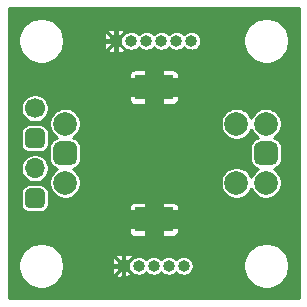
<source format=gbl>
%TF.GenerationSoftware,KiCad,Pcbnew,5.99.0+really5.1.10+dfsg1-1*%
%TF.CreationDate,2021-06-06T12:48:15-04:00*%
%TF.ProjectId,5x1_knob,3578315f-6b6e-46f6-922e-6b696361645f,rev?*%
%TF.SameCoordinates,Original*%
%TF.FileFunction,Copper,L2,Bot*%
%TF.FilePolarity,Positive*%
%FSLAX46Y46*%
G04 Gerber Fmt 4.6, Leading zero omitted, Abs format (unit mm)*
G04 Created by KiCad (PCBNEW 5.99.0+really5.1.10+dfsg1-1) date 2021-06-06 12:48:15*
%MOMM*%
%LPD*%
G01*
G04 APERTURE LIST*
%TA.AperFunction,ComponentPad*%
%ADD10C,2.000000*%
%TD*%
%TA.AperFunction,ComponentPad*%
%ADD11R,3.200001X2.000000*%
%TD*%
%TA.AperFunction,ComponentPad*%
%ADD12O,1.700000X1.700000*%
%TD*%
%TA.AperFunction,ComponentPad*%
%ADD13C,1.700000*%
%TD*%
%TA.AperFunction,ComponentPad*%
%ADD14O,1.000000X1.000000*%
%TD*%
%TA.AperFunction,ViaPad*%
%ADD15C,0.800000*%
%TD*%
%TA.AperFunction,Conductor*%
%ADD16C,0.254000*%
%TD*%
%TA.AperFunction,Conductor*%
%ADD17C,1.600200*%
%TD*%
%TA.AperFunction,Conductor*%
%ADD18C,0.150000*%
%TD*%
G04 APERTURE END LIST*
%TO.P,SW_1,c*%
%TO.N,Net-(J_1-Pad5)*%
%TA.AperFunction,ComponentPad*%
G36*
G01*
X21136500Y-13136500D02*
X21136500Y-12136500D01*
G75*
G02*
X21636500Y-11636500I500000J0D01*
G01*
X22636500Y-11636500D01*
G75*
G02*
X23136500Y-12136500I0J-500000D01*
G01*
X23136500Y-13136500D01*
G75*
G02*
X22636500Y-13636500I-500000J0D01*
G01*
X21636500Y-13636500D01*
G75*
G02*
X21136500Y-13136500I0J500000D01*
G01*
G37*
%TD.AperFunction*%
D10*
%TO.P,SW_1,b*%
%TO.N,Net-(J_1-Pad4)*%
X22136500Y-15136500D03*
%TO.P,SW_1,a*%
%TO.N,Net-(J_1-Pad6)*%
X22136500Y-10136500D03*
%TO.P,SW_1,S1*%
%TO.N,Net-(J_1-Pad3)*%
X19636500Y-15136500D03*
%TO.P,SW_1,S2*%
%TO.N,Net-(J_1-Pad2)*%
X19636500Y-10136500D03*
D11*
%TO.P,SW_1,MP*%
%TO.N,K_GND*%
X12636500Y-18236500D03*
X12636500Y-7036500D03*
D10*
%TO.P,SW_1,B*%
%TO.N,Net-(J_2-Pad3)*%
X5136500Y-15136500D03*
%TO.P,SW_1,C*%
%TO.N,Net-(J_2-Pad4)*%
%TA.AperFunction,ComponentPad*%
G36*
G01*
X4136500Y-13136500D02*
X4136500Y-12136500D01*
G75*
G02*
X4636500Y-11636500I500000J0D01*
G01*
X5636500Y-11636500D01*
G75*
G02*
X6136500Y-12136500I0J-500000D01*
G01*
X6136500Y-13136500D01*
G75*
G02*
X5636500Y-13636500I-500000J0D01*
G01*
X4636500Y-13636500D01*
G75*
G02*
X4136500Y-13136500I0J500000D01*
G01*
G37*
%TD.AperFunction*%
%TO.P,SW_1,A*%
%TO.N,Net-(J_2-Pad5)*%
X5136500Y-10136500D03*
%TD*%
%TO.P,SW_2,4*%
%TO.N,Net-(J_2-Pad2)*%
%TA.AperFunction,ComponentPad*%
G36*
G01*
X1723000Y-16871500D02*
X1723000Y-16021500D01*
G75*
G02*
X2148000Y-15596500I425000J0D01*
G01*
X2998000Y-15596500D01*
G75*
G02*
X3423000Y-16021500I0J-425000D01*
G01*
X3423000Y-16871500D01*
G75*
G02*
X2998000Y-17296500I-425000J0D01*
G01*
X2148000Y-17296500D01*
G75*
G02*
X1723000Y-16871500I0J425000D01*
G01*
G37*
%TD.AperFunction*%
D12*
%TO.P,SW_2,3*%
%TO.N,Net-(J_2-Pad3)*%
X2573000Y-13906500D03*
%TO.P,SW_2,2*%
%TO.N,Net-(J_2-Pad4)*%
%TA.AperFunction,ComponentPad*%
G36*
G01*
X1723000Y-11791500D02*
X1723000Y-10941500D01*
G75*
G02*
X2148000Y-10516500I425000J0D01*
G01*
X2998000Y-10516500D01*
G75*
G02*
X3423000Y-10941500I0J-425000D01*
G01*
X3423000Y-11791500D01*
G75*
G02*
X2998000Y-12216500I-425000J0D01*
G01*
X2148000Y-12216500D01*
G75*
G02*
X1723000Y-11791500I0J425000D01*
G01*
G37*
%TD.AperFunction*%
D13*
%TO.P,SW_2,1*%
%TO.N,Net-(J_2-Pad5)*%
X2573000Y-8826500D03*
%TD*%
D14*
%TO.P,J_2,5*%
%TO.N,Net-(J_2-Pad5)*%
X15176500Y-22161500D03*
%TO.P,J_2,4*%
%TO.N,Net-(J_2-Pad4)*%
X13906500Y-22161500D03*
%TO.P,J_2,3*%
%TO.N,Net-(J_2-Pad3)*%
X12636500Y-22161500D03*
%TO.P,J_2,2*%
%TO.N,Net-(J_2-Pad2)*%
X11366500Y-22161500D03*
%TO.P,J_2,1*%
%TO.N,K_GND*%
%TA.AperFunction,ComponentPad*%
G36*
G01*
X10346500Y-22661500D02*
X9846500Y-22661500D01*
G75*
G02*
X9596500Y-22411500I0J250000D01*
G01*
X9596500Y-21911500D01*
G75*
G02*
X9846500Y-21661500I250000J0D01*
G01*
X10346500Y-21661500D01*
G75*
G02*
X10596500Y-21911500I0J-250000D01*
G01*
X10596500Y-22411500D01*
G75*
G02*
X10346500Y-22661500I-250000J0D01*
G01*
G37*
%TD.AperFunction*%
%TD*%
%TO.P,J_1,6*%
%TO.N,Net-(J_1-Pad6)*%
X15811500Y-3111500D03*
%TO.P,J_1,5*%
%TO.N,Net-(J_1-Pad5)*%
X14541500Y-3111500D03*
%TO.P,J_1,4*%
%TO.N,Net-(J_1-Pad4)*%
X13271500Y-3111500D03*
%TO.P,J_1,3*%
%TO.N,Net-(J_1-Pad3)*%
X12001500Y-3111500D03*
%TO.P,J_1,2*%
%TO.N,Net-(J_1-Pad2)*%
X10731500Y-3111500D03*
%TO.P,J_1,1*%
%TO.N,K_GND*%
%TA.AperFunction,ComponentPad*%
G36*
G01*
X9711500Y-3611500D02*
X9211500Y-3611500D01*
G75*
G02*
X8961500Y-3361500I0J250000D01*
G01*
X8961500Y-2861500D01*
G75*
G02*
X9211500Y-2611500I250000J0D01*
G01*
X9711500Y-2611500D01*
G75*
G02*
X9961500Y-2861500I0J-250000D01*
G01*
X9961500Y-3361500D01*
G75*
G02*
X9711500Y-3611500I-250000J0D01*
G01*
G37*
%TD.AperFunction*%
%TD*%
D15*
%TO.N,K_GND*%
X762000Y-24511000D03*
X762000Y-11557000D03*
X762000Y-13716000D03*
X762000Y-7239000D03*
X762000Y-22352000D03*
X762000Y-20193000D03*
X762000Y-5080000D03*
X762000Y-18034000D03*
X762000Y-2921000D03*
X762000Y-15875000D03*
X762000Y-9398000D03*
X24511000Y-24511000D03*
X11557000Y-24511000D03*
X13716000Y-24511000D03*
X7239000Y-24511000D03*
X22352000Y-24511000D03*
X20193000Y-24511000D03*
X5080000Y-24511000D03*
X18034000Y-24511000D03*
X2921000Y-24511000D03*
X15875000Y-24511000D03*
X9398000Y-24511000D03*
X24511000Y-13716000D03*
X24511000Y-11557000D03*
X24511000Y-18034000D03*
X24511000Y-2921000D03*
X24511000Y-5080000D03*
X24511000Y-20193000D03*
X24511000Y-7239000D03*
X24511000Y-22352000D03*
X24511000Y-9398000D03*
X24511000Y-15875000D03*
X15811500Y-4254500D03*
X13271500Y-21018500D03*
X12636500Y-4254500D03*
X13271500Y-23304500D03*
X12001500Y-23304500D03*
X14541500Y-23304500D03*
X15811500Y-23304500D03*
X10731500Y-23304500D03*
X12636500Y-1968500D03*
X11366500Y-1968500D03*
X10096500Y-1968500D03*
X13906500Y-1968500D03*
X15176500Y-1968500D03*
X762000Y-762000D03*
X24511000Y-762000D03*
X22352000Y-762000D03*
X20193000Y-762000D03*
X18034000Y-762000D03*
X15875000Y-762000D03*
X13716000Y-762000D03*
X11557000Y-762000D03*
X9398000Y-762000D03*
X7239000Y-762000D03*
X5080000Y-762000D03*
X2921000Y-762000D03*
X6858000Y-10160000D03*
X6858000Y-15113000D03*
X6858000Y-13398500D03*
X18282920Y-9258300D03*
X20533360Y-12113260D03*
X19268440Y-13573760D03*
%TD*%
D16*
%TO.N,K_GND*%
X9461500Y-825500D02*
X9398000Y-762000D01*
X9461500Y-3111500D02*
X9461500Y-825500D01*
X7239000Y-3111500D02*
X9461500Y-3111500D01*
X7239000Y-762000D02*
X7239000Y-3111500D01*
X7239000Y-889000D02*
X9461500Y-3111500D01*
X7239000Y-762000D02*
X7239000Y-889000D01*
X6858000Y-5715000D02*
X9461500Y-3111500D01*
X6858000Y-10160000D02*
X6858000Y-5715000D01*
X12636500Y-19621500D02*
X10096500Y-22161500D01*
X12636500Y-19494500D02*
X12636500Y-19621500D01*
X8457500Y-20522500D02*
X10743500Y-18236500D01*
X10096500Y-22161500D02*
X8457500Y-20522500D01*
X10096500Y-18883500D02*
X10743500Y-18236500D01*
X10096500Y-22161500D02*
X10096500Y-18883500D01*
X10096500Y-23812500D02*
X9398000Y-24511000D01*
X10096500Y-22161500D02*
X10096500Y-23812500D01*
X11239500Y-23304500D02*
X10096500Y-22161500D01*
X12001500Y-23304500D02*
X11239500Y-23304500D01*
X7239000Y-22161500D02*
X10096500Y-22161500D01*
X7747000Y-24511000D02*
X10096500Y-22161500D01*
X7239000Y-24511000D02*
X7747000Y-24511000D01*
X7239000Y-21741000D02*
X8457500Y-20522500D01*
X7239000Y-22621240D02*
X7239000Y-21741000D01*
X7239000Y-24511000D02*
X7239000Y-22621240D01*
X7239000Y-22621240D02*
X7239000Y-22161500D01*
X10609580Y-4259580D02*
X9461500Y-3111500D01*
X12636500Y-4259580D02*
X10609580Y-4259580D01*
D17*
X12636500Y-18236500D02*
X12636500Y-20114260D01*
X12636500Y-18236500D02*
X10568240Y-18236500D01*
X12636500Y-7036500D02*
X12636500Y-18236500D01*
D16*
X12636500Y-5842000D02*
X12636500Y-4259580D01*
D17*
X12636500Y-7036500D02*
X10416540Y-7036500D01*
X12636500Y-7036500D02*
X12636500Y-4988560D01*
D16*
X9461500Y-7036500D02*
X10779110Y-7036500D01*
X9461500Y-3111500D02*
X9461500Y-7036500D01*
D17*
X12636500Y-7036500D02*
X14683040Y-7036500D01*
X12636500Y-18236500D02*
X14703360Y-18236500D01*
D16*
X10350500Y-2222500D02*
X9461500Y-3111500D01*
X10096500Y-1968500D02*
X10350500Y-2222500D01*
%TD*%
%TO.N,K_GND*%
X24905101Y-24905100D02*
X367900Y-24905100D01*
X367900Y-21970141D01*
X1168600Y-21970141D01*
X1168600Y-22352859D01*
X1243264Y-22728223D01*
X1389724Y-23081808D01*
X1602351Y-23400027D01*
X1872973Y-23670649D01*
X2191192Y-23883276D01*
X2544777Y-24029736D01*
X2920141Y-24104400D01*
X3302859Y-24104400D01*
X3678223Y-24029736D01*
X4031808Y-23883276D01*
X4350027Y-23670649D01*
X4620649Y-23400027D01*
X4833276Y-23081808D01*
X4979736Y-22728223D01*
X4993007Y-22661500D01*
X9086042Y-22661500D01*
X9095850Y-22761085D01*
X9124898Y-22856844D01*
X9172070Y-22945095D01*
X9235552Y-23022448D01*
X9312905Y-23085930D01*
X9401156Y-23133102D01*
X9496915Y-23162150D01*
X9596500Y-23171958D01*
X9906000Y-23169500D01*
X10033000Y-23042500D01*
X10033000Y-22225000D01*
X9215500Y-22225000D01*
X9088500Y-22352000D01*
X9086042Y-22661500D01*
X4993007Y-22661500D01*
X5054400Y-22352859D01*
X5054400Y-21970141D01*
X4993008Y-21661500D01*
X9086042Y-21661500D01*
X9088500Y-21971000D01*
X9215500Y-22098000D01*
X10033000Y-22098000D01*
X10033000Y-21280500D01*
X10160000Y-21280500D01*
X10160000Y-22098000D01*
X10180000Y-22098000D01*
X10180000Y-22225000D01*
X10160000Y-22225000D01*
X10160000Y-23042500D01*
X10287000Y-23169500D01*
X10596500Y-23171958D01*
X10696085Y-23162150D01*
X10791844Y-23133102D01*
X10880095Y-23085930D01*
X10957448Y-23022448D01*
X11020930Y-22945095D01*
X11027226Y-22933316D01*
X11120635Y-22972007D01*
X11283482Y-23004400D01*
X11449518Y-23004400D01*
X11612365Y-22972007D01*
X11765763Y-22908468D01*
X11903817Y-22816223D01*
X12001500Y-22718540D01*
X12099183Y-22816223D01*
X12237237Y-22908468D01*
X12390635Y-22972007D01*
X12553482Y-23004400D01*
X12719518Y-23004400D01*
X12882365Y-22972007D01*
X13035763Y-22908468D01*
X13173817Y-22816223D01*
X13271500Y-22718540D01*
X13369183Y-22816223D01*
X13507237Y-22908468D01*
X13660635Y-22972007D01*
X13823482Y-23004400D01*
X13989518Y-23004400D01*
X14152365Y-22972007D01*
X14305763Y-22908468D01*
X14443817Y-22816223D01*
X14541500Y-22718540D01*
X14639183Y-22816223D01*
X14777237Y-22908468D01*
X14930635Y-22972007D01*
X15093482Y-23004400D01*
X15259518Y-23004400D01*
X15422365Y-22972007D01*
X15575763Y-22908468D01*
X15713817Y-22816223D01*
X15831223Y-22698817D01*
X15923468Y-22560763D01*
X15987007Y-22407365D01*
X16019400Y-22244518D01*
X16019400Y-22078482D01*
X15997850Y-21970141D01*
X20218600Y-21970141D01*
X20218600Y-22352859D01*
X20293264Y-22728223D01*
X20439724Y-23081808D01*
X20652351Y-23400027D01*
X20922973Y-23670649D01*
X21241192Y-23883276D01*
X21594777Y-24029736D01*
X21970141Y-24104400D01*
X22352859Y-24104400D01*
X22728223Y-24029736D01*
X23081808Y-23883276D01*
X23400027Y-23670649D01*
X23670649Y-23400027D01*
X23883276Y-23081808D01*
X24029736Y-22728223D01*
X24104400Y-22352859D01*
X24104400Y-21970141D01*
X24029736Y-21594777D01*
X23883276Y-21241192D01*
X23670649Y-20922973D01*
X23400027Y-20652351D01*
X23081808Y-20439724D01*
X22728223Y-20293264D01*
X22352859Y-20218600D01*
X21970141Y-20218600D01*
X21594777Y-20293264D01*
X21241192Y-20439724D01*
X20922973Y-20652351D01*
X20652351Y-20922973D01*
X20439724Y-21241192D01*
X20293264Y-21594777D01*
X20218600Y-21970141D01*
X15997850Y-21970141D01*
X15987007Y-21915635D01*
X15923468Y-21762237D01*
X15831223Y-21624183D01*
X15713817Y-21506777D01*
X15575763Y-21414532D01*
X15422365Y-21350993D01*
X15259518Y-21318600D01*
X15093482Y-21318600D01*
X14930635Y-21350993D01*
X14777237Y-21414532D01*
X14639183Y-21506777D01*
X14541500Y-21604460D01*
X14443817Y-21506777D01*
X14305763Y-21414532D01*
X14152365Y-21350993D01*
X13989518Y-21318600D01*
X13823482Y-21318600D01*
X13660635Y-21350993D01*
X13507237Y-21414532D01*
X13369183Y-21506777D01*
X13271500Y-21604460D01*
X13173817Y-21506777D01*
X13035763Y-21414532D01*
X12882365Y-21350993D01*
X12719518Y-21318600D01*
X12553482Y-21318600D01*
X12390635Y-21350993D01*
X12237237Y-21414532D01*
X12099183Y-21506777D01*
X12001500Y-21604460D01*
X11903817Y-21506777D01*
X11765763Y-21414532D01*
X11612365Y-21350993D01*
X11449518Y-21318600D01*
X11283482Y-21318600D01*
X11120635Y-21350993D01*
X11027226Y-21389684D01*
X11020930Y-21377905D01*
X10957448Y-21300552D01*
X10880095Y-21237070D01*
X10791844Y-21189898D01*
X10696085Y-21160850D01*
X10596500Y-21151042D01*
X10287000Y-21153500D01*
X10160000Y-21280500D01*
X10033000Y-21280500D01*
X9906000Y-21153500D01*
X9596500Y-21151042D01*
X9496915Y-21160850D01*
X9401156Y-21189898D01*
X9312905Y-21237070D01*
X9235552Y-21300552D01*
X9172070Y-21377905D01*
X9124898Y-21466156D01*
X9095850Y-21561915D01*
X9086042Y-21661500D01*
X4993008Y-21661500D01*
X4979736Y-21594777D01*
X4833276Y-21241192D01*
X4620649Y-20922973D01*
X4350027Y-20652351D01*
X4031808Y-20439724D01*
X3678223Y-20293264D01*
X3302859Y-20218600D01*
X2920141Y-20218600D01*
X2544777Y-20293264D01*
X2191192Y-20439724D01*
X1872973Y-20652351D01*
X1602351Y-20922973D01*
X1389724Y-21241192D01*
X1243264Y-21594777D01*
X1168600Y-21970141D01*
X367900Y-21970141D01*
X367900Y-19236500D01*
X10526042Y-19236500D01*
X10535850Y-19336085D01*
X10564898Y-19431844D01*
X10612070Y-19520095D01*
X10675552Y-19597448D01*
X10752905Y-19660930D01*
X10841156Y-19708102D01*
X10936915Y-19737150D01*
X11036500Y-19746958D01*
X12446000Y-19744500D01*
X12573000Y-19617500D01*
X12573000Y-18300000D01*
X12700000Y-18300000D01*
X12700000Y-19617500D01*
X12827000Y-19744500D01*
X14236500Y-19746958D01*
X14336085Y-19737150D01*
X14431844Y-19708102D01*
X14520095Y-19660930D01*
X14597448Y-19597448D01*
X14660930Y-19520095D01*
X14708102Y-19431844D01*
X14737150Y-19336085D01*
X14746958Y-19236500D01*
X14744500Y-18427000D01*
X14617500Y-18300000D01*
X12700000Y-18300000D01*
X12573000Y-18300000D01*
X10655500Y-18300000D01*
X10528500Y-18427000D01*
X10526042Y-19236500D01*
X367900Y-19236500D01*
X367900Y-16021500D01*
X1378441Y-16021500D01*
X1378441Y-16871500D01*
X1393228Y-17021634D01*
X1437020Y-17165997D01*
X1508135Y-17299044D01*
X1603840Y-17415660D01*
X1720456Y-17511365D01*
X1853503Y-17582480D01*
X1997866Y-17626272D01*
X2148000Y-17641059D01*
X2998000Y-17641059D01*
X3148134Y-17626272D01*
X3292497Y-17582480D01*
X3425544Y-17511365D01*
X3542160Y-17415660D01*
X3637865Y-17299044D01*
X3671295Y-17236500D01*
X10526042Y-17236500D01*
X10528500Y-18046000D01*
X10655500Y-18173000D01*
X12573000Y-18173000D01*
X12573000Y-16855500D01*
X12700000Y-16855500D01*
X12700000Y-18173000D01*
X14617500Y-18173000D01*
X14744500Y-18046000D01*
X14746958Y-17236500D01*
X14737150Y-17136915D01*
X14708102Y-17041156D01*
X14660930Y-16952905D01*
X14597448Y-16875552D01*
X14520095Y-16812070D01*
X14431844Y-16764898D01*
X14336085Y-16735850D01*
X14236500Y-16726042D01*
X12827000Y-16728500D01*
X12700000Y-16855500D01*
X12573000Y-16855500D01*
X12446000Y-16728500D01*
X11036500Y-16726042D01*
X10936915Y-16735850D01*
X10841156Y-16764898D01*
X10752905Y-16812070D01*
X10675552Y-16875552D01*
X10612070Y-16952905D01*
X10564898Y-17041156D01*
X10535850Y-17136915D01*
X10526042Y-17236500D01*
X3671295Y-17236500D01*
X3708980Y-17165997D01*
X3752772Y-17021634D01*
X3767559Y-16871500D01*
X3767559Y-16021500D01*
X3752772Y-15871366D01*
X3708980Y-15727003D01*
X3637865Y-15593956D01*
X3542160Y-15477340D01*
X3425544Y-15381635D01*
X3292497Y-15310520D01*
X3148134Y-15266728D01*
X2998000Y-15251941D01*
X2148000Y-15251941D01*
X1997866Y-15266728D01*
X1853503Y-15310520D01*
X1720456Y-15381635D01*
X1603840Y-15477340D01*
X1508135Y-15593956D01*
X1437020Y-15727003D01*
X1393228Y-15871366D01*
X1378441Y-16021500D01*
X367900Y-16021500D01*
X367900Y-13789010D01*
X1380100Y-13789010D01*
X1380100Y-14023990D01*
X1425942Y-14254456D01*
X1515866Y-14471550D01*
X1646414Y-14666929D01*
X1812571Y-14833086D01*
X2007950Y-14963634D01*
X2225044Y-15053558D01*
X2455510Y-15099400D01*
X2690490Y-15099400D01*
X2920956Y-15053558D01*
X3138050Y-14963634D01*
X3333429Y-14833086D01*
X3499586Y-14666929D01*
X3630134Y-14471550D01*
X3720058Y-14254456D01*
X3765900Y-14023990D01*
X3765900Y-13789010D01*
X3720058Y-13558544D01*
X3630134Y-13341450D01*
X3499586Y-13146071D01*
X3333429Y-12979914D01*
X3138050Y-12849366D01*
X2920956Y-12759442D01*
X2690490Y-12713600D01*
X2455510Y-12713600D01*
X2225044Y-12759442D01*
X2007950Y-12849366D01*
X1812571Y-12979914D01*
X1646414Y-13146071D01*
X1515866Y-13341450D01*
X1425942Y-13558544D01*
X1380100Y-13789010D01*
X367900Y-13789010D01*
X367900Y-10941500D01*
X1378441Y-10941500D01*
X1378441Y-11791500D01*
X1393228Y-11941634D01*
X1437020Y-12085997D01*
X1508135Y-12219044D01*
X1603840Y-12335660D01*
X1720456Y-12431365D01*
X1853503Y-12502480D01*
X1997866Y-12546272D01*
X2148000Y-12561059D01*
X2998000Y-12561059D01*
X3148134Y-12546272D01*
X3292497Y-12502480D01*
X3425544Y-12431365D01*
X3542160Y-12335660D01*
X3637865Y-12219044D01*
X3681985Y-12136500D01*
X3791941Y-12136500D01*
X3791941Y-13136500D01*
X3808169Y-13301265D01*
X3856229Y-13459699D01*
X3934275Y-13605712D01*
X4039307Y-13733693D01*
X4167288Y-13838725D01*
X4313301Y-13916771D01*
X4471735Y-13964831D01*
X4472724Y-13964928D01*
X4280451Y-14093401D01*
X4093401Y-14280451D01*
X3946437Y-14500398D01*
X3845207Y-14744790D01*
X3793600Y-15004236D01*
X3793600Y-15268764D01*
X3845207Y-15528210D01*
X3946437Y-15772602D01*
X4093401Y-15992549D01*
X4280451Y-16179599D01*
X4500398Y-16326563D01*
X4744790Y-16427793D01*
X5004236Y-16479400D01*
X5268764Y-16479400D01*
X5528210Y-16427793D01*
X5772602Y-16326563D01*
X5992549Y-16179599D01*
X6179599Y-15992549D01*
X6326563Y-15772602D01*
X6427793Y-15528210D01*
X6479400Y-15268764D01*
X6479400Y-15004236D01*
X6427793Y-14744790D01*
X6326563Y-14500398D01*
X6179599Y-14280451D01*
X5992549Y-14093401D01*
X5800276Y-13964928D01*
X5801265Y-13964831D01*
X5959699Y-13916771D01*
X6105712Y-13838725D01*
X6233693Y-13733693D01*
X6338725Y-13605712D01*
X6416771Y-13459699D01*
X6464831Y-13301265D01*
X6481059Y-13136500D01*
X6481059Y-12136500D01*
X6464831Y-11971735D01*
X6416771Y-11813301D01*
X6338725Y-11667288D01*
X6233693Y-11539307D01*
X6105712Y-11434275D01*
X5959699Y-11356229D01*
X5801265Y-11308169D01*
X5800276Y-11308072D01*
X5992549Y-11179599D01*
X6179599Y-10992549D01*
X6326563Y-10772602D01*
X6427793Y-10528210D01*
X6479400Y-10268764D01*
X6479400Y-10004236D01*
X18293600Y-10004236D01*
X18293600Y-10268764D01*
X18345207Y-10528210D01*
X18446437Y-10772602D01*
X18593401Y-10992549D01*
X18780451Y-11179599D01*
X19000398Y-11326563D01*
X19244790Y-11427793D01*
X19504236Y-11479400D01*
X19768764Y-11479400D01*
X20028210Y-11427793D01*
X20272602Y-11326563D01*
X20492549Y-11179599D01*
X20679599Y-10992549D01*
X20826563Y-10772602D01*
X20886500Y-10627901D01*
X20946437Y-10772602D01*
X21093401Y-10992549D01*
X21280451Y-11179599D01*
X21472724Y-11308072D01*
X21471735Y-11308169D01*
X21313301Y-11356229D01*
X21167288Y-11434275D01*
X21039307Y-11539307D01*
X20934275Y-11667288D01*
X20856229Y-11813301D01*
X20808169Y-11971735D01*
X20791941Y-12136500D01*
X20791941Y-13136500D01*
X20808169Y-13301265D01*
X20856229Y-13459699D01*
X20934275Y-13605712D01*
X21039307Y-13733693D01*
X21167288Y-13838725D01*
X21313301Y-13916771D01*
X21471735Y-13964831D01*
X21472724Y-13964928D01*
X21280451Y-14093401D01*
X21093401Y-14280451D01*
X20946437Y-14500398D01*
X20886500Y-14645099D01*
X20826563Y-14500398D01*
X20679599Y-14280451D01*
X20492549Y-14093401D01*
X20272602Y-13946437D01*
X20028210Y-13845207D01*
X19768764Y-13793600D01*
X19504236Y-13793600D01*
X19244790Y-13845207D01*
X19000398Y-13946437D01*
X18780451Y-14093401D01*
X18593401Y-14280451D01*
X18446437Y-14500398D01*
X18345207Y-14744790D01*
X18293600Y-15004236D01*
X18293600Y-15268764D01*
X18345207Y-15528210D01*
X18446437Y-15772602D01*
X18593401Y-15992549D01*
X18780451Y-16179599D01*
X19000398Y-16326563D01*
X19244790Y-16427793D01*
X19504236Y-16479400D01*
X19768764Y-16479400D01*
X20028210Y-16427793D01*
X20272602Y-16326563D01*
X20492549Y-16179599D01*
X20679599Y-15992549D01*
X20826563Y-15772602D01*
X20886500Y-15627901D01*
X20946437Y-15772602D01*
X21093401Y-15992549D01*
X21280451Y-16179599D01*
X21500398Y-16326563D01*
X21744790Y-16427793D01*
X22004236Y-16479400D01*
X22268764Y-16479400D01*
X22528210Y-16427793D01*
X22772602Y-16326563D01*
X22992549Y-16179599D01*
X23179599Y-15992549D01*
X23326563Y-15772602D01*
X23427793Y-15528210D01*
X23479400Y-15268764D01*
X23479400Y-15004236D01*
X23427793Y-14744790D01*
X23326563Y-14500398D01*
X23179599Y-14280451D01*
X22992549Y-14093401D01*
X22800276Y-13964928D01*
X22801265Y-13964831D01*
X22959699Y-13916771D01*
X23105712Y-13838725D01*
X23233693Y-13733693D01*
X23338725Y-13605712D01*
X23416771Y-13459699D01*
X23464831Y-13301265D01*
X23481059Y-13136500D01*
X23481059Y-12136500D01*
X23464831Y-11971735D01*
X23416771Y-11813301D01*
X23338725Y-11667288D01*
X23233693Y-11539307D01*
X23105712Y-11434275D01*
X22959699Y-11356229D01*
X22801265Y-11308169D01*
X22800276Y-11308072D01*
X22992549Y-11179599D01*
X23179599Y-10992549D01*
X23326563Y-10772602D01*
X23427793Y-10528210D01*
X23479400Y-10268764D01*
X23479400Y-10004236D01*
X23427793Y-9744790D01*
X23326563Y-9500398D01*
X23179599Y-9280451D01*
X22992549Y-9093401D01*
X22772602Y-8946437D01*
X22528210Y-8845207D01*
X22268764Y-8793600D01*
X22004236Y-8793600D01*
X21744790Y-8845207D01*
X21500398Y-8946437D01*
X21280451Y-9093401D01*
X21093401Y-9280451D01*
X20946437Y-9500398D01*
X20886500Y-9645099D01*
X20826563Y-9500398D01*
X20679599Y-9280451D01*
X20492549Y-9093401D01*
X20272602Y-8946437D01*
X20028210Y-8845207D01*
X19768764Y-8793600D01*
X19504236Y-8793600D01*
X19244790Y-8845207D01*
X19000398Y-8946437D01*
X18780451Y-9093401D01*
X18593401Y-9280451D01*
X18446437Y-9500398D01*
X18345207Y-9744790D01*
X18293600Y-10004236D01*
X6479400Y-10004236D01*
X6427793Y-9744790D01*
X6326563Y-9500398D01*
X6179599Y-9280451D01*
X5992549Y-9093401D01*
X5772602Y-8946437D01*
X5528210Y-8845207D01*
X5268764Y-8793600D01*
X5004236Y-8793600D01*
X4744790Y-8845207D01*
X4500398Y-8946437D01*
X4280451Y-9093401D01*
X4093401Y-9280451D01*
X3946437Y-9500398D01*
X3845207Y-9744790D01*
X3793600Y-10004236D01*
X3793600Y-10268764D01*
X3845207Y-10528210D01*
X3946437Y-10772602D01*
X4093401Y-10992549D01*
X4280451Y-11179599D01*
X4472724Y-11308072D01*
X4471735Y-11308169D01*
X4313301Y-11356229D01*
X4167288Y-11434275D01*
X4039307Y-11539307D01*
X3934275Y-11667288D01*
X3856229Y-11813301D01*
X3808169Y-11971735D01*
X3791941Y-12136500D01*
X3681985Y-12136500D01*
X3708980Y-12085997D01*
X3752772Y-11941634D01*
X3767559Y-11791500D01*
X3767559Y-10941500D01*
X3752772Y-10791366D01*
X3708980Y-10647003D01*
X3637865Y-10513956D01*
X3542160Y-10397340D01*
X3425544Y-10301635D01*
X3292497Y-10230520D01*
X3148134Y-10186728D01*
X2998000Y-10171941D01*
X2148000Y-10171941D01*
X1997866Y-10186728D01*
X1853503Y-10230520D01*
X1720456Y-10301635D01*
X1603840Y-10397340D01*
X1508135Y-10513956D01*
X1437020Y-10647003D01*
X1393228Y-10791366D01*
X1378441Y-10941500D01*
X367900Y-10941500D01*
X367900Y-8709010D01*
X1380100Y-8709010D01*
X1380100Y-8943990D01*
X1425942Y-9174456D01*
X1515866Y-9391550D01*
X1646414Y-9586929D01*
X1812571Y-9753086D01*
X2007950Y-9883634D01*
X2225044Y-9973558D01*
X2455510Y-10019400D01*
X2690490Y-10019400D01*
X2920956Y-9973558D01*
X3138050Y-9883634D01*
X3333429Y-9753086D01*
X3499586Y-9586929D01*
X3630134Y-9391550D01*
X3720058Y-9174456D01*
X3765900Y-8943990D01*
X3765900Y-8709010D01*
X3720058Y-8478544D01*
X3630134Y-8261450D01*
X3499586Y-8066071D01*
X3470015Y-8036500D01*
X10526042Y-8036500D01*
X10535850Y-8136085D01*
X10564898Y-8231844D01*
X10612070Y-8320095D01*
X10675552Y-8397448D01*
X10752905Y-8460930D01*
X10841156Y-8508102D01*
X10936915Y-8537150D01*
X11036500Y-8546958D01*
X12446000Y-8544500D01*
X12573000Y-8417500D01*
X12573000Y-7100000D01*
X12700000Y-7100000D01*
X12700000Y-8417500D01*
X12827000Y-8544500D01*
X14236500Y-8546958D01*
X14336085Y-8537150D01*
X14431844Y-8508102D01*
X14520095Y-8460930D01*
X14597448Y-8397448D01*
X14660930Y-8320095D01*
X14708102Y-8231844D01*
X14737150Y-8136085D01*
X14746958Y-8036500D01*
X14744500Y-7227000D01*
X14617500Y-7100000D01*
X12700000Y-7100000D01*
X12573000Y-7100000D01*
X10655500Y-7100000D01*
X10528500Y-7227000D01*
X10526042Y-8036500D01*
X3470015Y-8036500D01*
X3333429Y-7899914D01*
X3138050Y-7769366D01*
X2920956Y-7679442D01*
X2690490Y-7633600D01*
X2455510Y-7633600D01*
X2225044Y-7679442D01*
X2007950Y-7769366D01*
X1812571Y-7899914D01*
X1646414Y-8066071D01*
X1515866Y-8261450D01*
X1425942Y-8478544D01*
X1380100Y-8709010D01*
X367900Y-8709010D01*
X367900Y-6036500D01*
X10526042Y-6036500D01*
X10528500Y-6846000D01*
X10655500Y-6973000D01*
X12573000Y-6973000D01*
X12573000Y-5655500D01*
X12700000Y-5655500D01*
X12700000Y-6973000D01*
X14617500Y-6973000D01*
X14744500Y-6846000D01*
X14746958Y-6036500D01*
X14737150Y-5936915D01*
X14708102Y-5841156D01*
X14660930Y-5752905D01*
X14597448Y-5675552D01*
X14520095Y-5612070D01*
X14431844Y-5564898D01*
X14336085Y-5535850D01*
X14236500Y-5526042D01*
X12827000Y-5528500D01*
X12700000Y-5655500D01*
X12573000Y-5655500D01*
X12446000Y-5528500D01*
X11036500Y-5526042D01*
X10936915Y-5535850D01*
X10841156Y-5564898D01*
X10752905Y-5612070D01*
X10675552Y-5675552D01*
X10612070Y-5752905D01*
X10564898Y-5841156D01*
X10535850Y-5936915D01*
X10526042Y-6036500D01*
X367900Y-6036500D01*
X367900Y-2920141D01*
X1168600Y-2920141D01*
X1168600Y-3302859D01*
X1243264Y-3678223D01*
X1389724Y-4031808D01*
X1602351Y-4350027D01*
X1872973Y-4620649D01*
X2191192Y-4833276D01*
X2544777Y-4979736D01*
X2920141Y-5054400D01*
X3302859Y-5054400D01*
X3678223Y-4979736D01*
X4031808Y-4833276D01*
X4350027Y-4620649D01*
X4620649Y-4350027D01*
X4833276Y-4031808D01*
X4979736Y-3678223D01*
X4993007Y-3611500D01*
X8451042Y-3611500D01*
X8460850Y-3711085D01*
X8489898Y-3806844D01*
X8537070Y-3895095D01*
X8600552Y-3972448D01*
X8677905Y-4035930D01*
X8766156Y-4083102D01*
X8861915Y-4112150D01*
X8961500Y-4121958D01*
X9271000Y-4119500D01*
X9398000Y-3992500D01*
X9398000Y-3175000D01*
X8580500Y-3175000D01*
X8453500Y-3302000D01*
X8451042Y-3611500D01*
X4993007Y-3611500D01*
X5054400Y-3302859D01*
X5054400Y-2920141D01*
X4993008Y-2611500D01*
X8451042Y-2611500D01*
X8453500Y-2921000D01*
X8580500Y-3048000D01*
X9398000Y-3048000D01*
X9398000Y-2230500D01*
X9525000Y-2230500D01*
X9525000Y-3048000D01*
X9545000Y-3048000D01*
X9545000Y-3175000D01*
X9525000Y-3175000D01*
X9525000Y-3992500D01*
X9652000Y-4119500D01*
X9961500Y-4121958D01*
X10061085Y-4112150D01*
X10156844Y-4083102D01*
X10245095Y-4035930D01*
X10322448Y-3972448D01*
X10385930Y-3895095D01*
X10392226Y-3883316D01*
X10485635Y-3922007D01*
X10648482Y-3954400D01*
X10814518Y-3954400D01*
X10977365Y-3922007D01*
X11130763Y-3858468D01*
X11268817Y-3766223D01*
X11366500Y-3668540D01*
X11464183Y-3766223D01*
X11602237Y-3858468D01*
X11755635Y-3922007D01*
X11918482Y-3954400D01*
X12084518Y-3954400D01*
X12247365Y-3922007D01*
X12400763Y-3858468D01*
X12538817Y-3766223D01*
X12636500Y-3668540D01*
X12734183Y-3766223D01*
X12872237Y-3858468D01*
X13025635Y-3922007D01*
X13188482Y-3954400D01*
X13354518Y-3954400D01*
X13517365Y-3922007D01*
X13670763Y-3858468D01*
X13808817Y-3766223D01*
X13906500Y-3668540D01*
X14004183Y-3766223D01*
X14142237Y-3858468D01*
X14295635Y-3922007D01*
X14458482Y-3954400D01*
X14624518Y-3954400D01*
X14787365Y-3922007D01*
X14940763Y-3858468D01*
X15078817Y-3766223D01*
X15176500Y-3668540D01*
X15274183Y-3766223D01*
X15412237Y-3858468D01*
X15565635Y-3922007D01*
X15728482Y-3954400D01*
X15894518Y-3954400D01*
X16057365Y-3922007D01*
X16210763Y-3858468D01*
X16348817Y-3766223D01*
X16466223Y-3648817D01*
X16558468Y-3510763D01*
X16622007Y-3357365D01*
X16654400Y-3194518D01*
X16654400Y-3028482D01*
X16632850Y-2920141D01*
X20218600Y-2920141D01*
X20218600Y-3302859D01*
X20293264Y-3678223D01*
X20439724Y-4031808D01*
X20652351Y-4350027D01*
X20922973Y-4620649D01*
X21241192Y-4833276D01*
X21594777Y-4979736D01*
X21970141Y-5054400D01*
X22352859Y-5054400D01*
X22728223Y-4979736D01*
X23081808Y-4833276D01*
X23400027Y-4620649D01*
X23670649Y-4350027D01*
X23883276Y-4031808D01*
X24029736Y-3678223D01*
X24104400Y-3302859D01*
X24104400Y-2920141D01*
X24029736Y-2544777D01*
X23883276Y-2191192D01*
X23670649Y-1872973D01*
X23400027Y-1602351D01*
X23081808Y-1389724D01*
X22728223Y-1243264D01*
X22352859Y-1168600D01*
X21970141Y-1168600D01*
X21594777Y-1243264D01*
X21241192Y-1389724D01*
X20922973Y-1602351D01*
X20652351Y-1872973D01*
X20439724Y-2191192D01*
X20293264Y-2544777D01*
X20218600Y-2920141D01*
X16632850Y-2920141D01*
X16622007Y-2865635D01*
X16558468Y-2712237D01*
X16466223Y-2574183D01*
X16348817Y-2456777D01*
X16210763Y-2364532D01*
X16057365Y-2300993D01*
X15894518Y-2268600D01*
X15728482Y-2268600D01*
X15565635Y-2300993D01*
X15412237Y-2364532D01*
X15274183Y-2456777D01*
X15176500Y-2554460D01*
X15078817Y-2456777D01*
X14940763Y-2364532D01*
X14787365Y-2300993D01*
X14624518Y-2268600D01*
X14458482Y-2268600D01*
X14295635Y-2300993D01*
X14142237Y-2364532D01*
X14004183Y-2456777D01*
X13906500Y-2554460D01*
X13808817Y-2456777D01*
X13670763Y-2364532D01*
X13517365Y-2300993D01*
X13354518Y-2268600D01*
X13188482Y-2268600D01*
X13025635Y-2300993D01*
X12872237Y-2364532D01*
X12734183Y-2456777D01*
X12636500Y-2554460D01*
X12538817Y-2456777D01*
X12400763Y-2364532D01*
X12247365Y-2300993D01*
X12084518Y-2268600D01*
X11918482Y-2268600D01*
X11755635Y-2300993D01*
X11602237Y-2364532D01*
X11464183Y-2456777D01*
X11366500Y-2554460D01*
X11268817Y-2456777D01*
X11130763Y-2364532D01*
X10977365Y-2300993D01*
X10814518Y-2268600D01*
X10648482Y-2268600D01*
X10485635Y-2300993D01*
X10392226Y-2339684D01*
X10385930Y-2327905D01*
X10322448Y-2250552D01*
X10245095Y-2187070D01*
X10156844Y-2139898D01*
X10061085Y-2110850D01*
X9961500Y-2101042D01*
X9652000Y-2103500D01*
X9525000Y-2230500D01*
X9398000Y-2230500D01*
X9271000Y-2103500D01*
X8961500Y-2101042D01*
X8861915Y-2110850D01*
X8766156Y-2139898D01*
X8677905Y-2187070D01*
X8600552Y-2250552D01*
X8537070Y-2327905D01*
X8489898Y-2416156D01*
X8460850Y-2511915D01*
X8451042Y-2611500D01*
X4993008Y-2611500D01*
X4979736Y-2544777D01*
X4833276Y-2191192D01*
X4620649Y-1872973D01*
X4350027Y-1602351D01*
X4031808Y-1389724D01*
X3678223Y-1243264D01*
X3302859Y-1168600D01*
X2920141Y-1168600D01*
X2544777Y-1243264D01*
X2191192Y-1389724D01*
X1872973Y-1602351D01*
X1602351Y-1872973D01*
X1389724Y-2191192D01*
X1243264Y-2544777D01*
X1168600Y-2920141D01*
X367900Y-2920141D01*
X367900Y-367900D01*
X24905100Y-367900D01*
X24905101Y-24905100D01*
%TA.AperFunction,Conductor*%
D18*
G36*
X24905101Y-24905100D02*
G01*
X367900Y-24905100D01*
X367900Y-21970141D01*
X1168600Y-21970141D01*
X1168600Y-22352859D01*
X1243264Y-22728223D01*
X1389724Y-23081808D01*
X1602351Y-23400027D01*
X1872973Y-23670649D01*
X2191192Y-23883276D01*
X2544777Y-24029736D01*
X2920141Y-24104400D01*
X3302859Y-24104400D01*
X3678223Y-24029736D01*
X4031808Y-23883276D01*
X4350027Y-23670649D01*
X4620649Y-23400027D01*
X4833276Y-23081808D01*
X4979736Y-22728223D01*
X4993007Y-22661500D01*
X9086042Y-22661500D01*
X9095850Y-22761085D01*
X9124898Y-22856844D01*
X9172070Y-22945095D01*
X9235552Y-23022448D01*
X9312905Y-23085930D01*
X9401156Y-23133102D01*
X9496915Y-23162150D01*
X9596500Y-23171958D01*
X9906000Y-23169500D01*
X10033000Y-23042500D01*
X10033000Y-22225000D01*
X9215500Y-22225000D01*
X9088500Y-22352000D01*
X9086042Y-22661500D01*
X4993007Y-22661500D01*
X5054400Y-22352859D01*
X5054400Y-21970141D01*
X4993008Y-21661500D01*
X9086042Y-21661500D01*
X9088500Y-21971000D01*
X9215500Y-22098000D01*
X10033000Y-22098000D01*
X10033000Y-21280500D01*
X10160000Y-21280500D01*
X10160000Y-22098000D01*
X10180000Y-22098000D01*
X10180000Y-22225000D01*
X10160000Y-22225000D01*
X10160000Y-23042500D01*
X10287000Y-23169500D01*
X10596500Y-23171958D01*
X10696085Y-23162150D01*
X10791844Y-23133102D01*
X10880095Y-23085930D01*
X10957448Y-23022448D01*
X11020930Y-22945095D01*
X11027226Y-22933316D01*
X11120635Y-22972007D01*
X11283482Y-23004400D01*
X11449518Y-23004400D01*
X11612365Y-22972007D01*
X11765763Y-22908468D01*
X11903817Y-22816223D01*
X12001500Y-22718540D01*
X12099183Y-22816223D01*
X12237237Y-22908468D01*
X12390635Y-22972007D01*
X12553482Y-23004400D01*
X12719518Y-23004400D01*
X12882365Y-22972007D01*
X13035763Y-22908468D01*
X13173817Y-22816223D01*
X13271500Y-22718540D01*
X13369183Y-22816223D01*
X13507237Y-22908468D01*
X13660635Y-22972007D01*
X13823482Y-23004400D01*
X13989518Y-23004400D01*
X14152365Y-22972007D01*
X14305763Y-22908468D01*
X14443817Y-22816223D01*
X14541500Y-22718540D01*
X14639183Y-22816223D01*
X14777237Y-22908468D01*
X14930635Y-22972007D01*
X15093482Y-23004400D01*
X15259518Y-23004400D01*
X15422365Y-22972007D01*
X15575763Y-22908468D01*
X15713817Y-22816223D01*
X15831223Y-22698817D01*
X15923468Y-22560763D01*
X15987007Y-22407365D01*
X16019400Y-22244518D01*
X16019400Y-22078482D01*
X15997850Y-21970141D01*
X20218600Y-21970141D01*
X20218600Y-22352859D01*
X20293264Y-22728223D01*
X20439724Y-23081808D01*
X20652351Y-23400027D01*
X20922973Y-23670649D01*
X21241192Y-23883276D01*
X21594777Y-24029736D01*
X21970141Y-24104400D01*
X22352859Y-24104400D01*
X22728223Y-24029736D01*
X23081808Y-23883276D01*
X23400027Y-23670649D01*
X23670649Y-23400027D01*
X23883276Y-23081808D01*
X24029736Y-22728223D01*
X24104400Y-22352859D01*
X24104400Y-21970141D01*
X24029736Y-21594777D01*
X23883276Y-21241192D01*
X23670649Y-20922973D01*
X23400027Y-20652351D01*
X23081808Y-20439724D01*
X22728223Y-20293264D01*
X22352859Y-20218600D01*
X21970141Y-20218600D01*
X21594777Y-20293264D01*
X21241192Y-20439724D01*
X20922973Y-20652351D01*
X20652351Y-20922973D01*
X20439724Y-21241192D01*
X20293264Y-21594777D01*
X20218600Y-21970141D01*
X15997850Y-21970141D01*
X15987007Y-21915635D01*
X15923468Y-21762237D01*
X15831223Y-21624183D01*
X15713817Y-21506777D01*
X15575763Y-21414532D01*
X15422365Y-21350993D01*
X15259518Y-21318600D01*
X15093482Y-21318600D01*
X14930635Y-21350993D01*
X14777237Y-21414532D01*
X14639183Y-21506777D01*
X14541500Y-21604460D01*
X14443817Y-21506777D01*
X14305763Y-21414532D01*
X14152365Y-21350993D01*
X13989518Y-21318600D01*
X13823482Y-21318600D01*
X13660635Y-21350993D01*
X13507237Y-21414532D01*
X13369183Y-21506777D01*
X13271500Y-21604460D01*
X13173817Y-21506777D01*
X13035763Y-21414532D01*
X12882365Y-21350993D01*
X12719518Y-21318600D01*
X12553482Y-21318600D01*
X12390635Y-21350993D01*
X12237237Y-21414532D01*
X12099183Y-21506777D01*
X12001500Y-21604460D01*
X11903817Y-21506777D01*
X11765763Y-21414532D01*
X11612365Y-21350993D01*
X11449518Y-21318600D01*
X11283482Y-21318600D01*
X11120635Y-21350993D01*
X11027226Y-21389684D01*
X11020930Y-21377905D01*
X10957448Y-21300552D01*
X10880095Y-21237070D01*
X10791844Y-21189898D01*
X10696085Y-21160850D01*
X10596500Y-21151042D01*
X10287000Y-21153500D01*
X10160000Y-21280500D01*
X10033000Y-21280500D01*
X9906000Y-21153500D01*
X9596500Y-21151042D01*
X9496915Y-21160850D01*
X9401156Y-21189898D01*
X9312905Y-21237070D01*
X9235552Y-21300552D01*
X9172070Y-21377905D01*
X9124898Y-21466156D01*
X9095850Y-21561915D01*
X9086042Y-21661500D01*
X4993008Y-21661500D01*
X4979736Y-21594777D01*
X4833276Y-21241192D01*
X4620649Y-20922973D01*
X4350027Y-20652351D01*
X4031808Y-20439724D01*
X3678223Y-20293264D01*
X3302859Y-20218600D01*
X2920141Y-20218600D01*
X2544777Y-20293264D01*
X2191192Y-20439724D01*
X1872973Y-20652351D01*
X1602351Y-20922973D01*
X1389724Y-21241192D01*
X1243264Y-21594777D01*
X1168600Y-21970141D01*
X367900Y-21970141D01*
X367900Y-19236500D01*
X10526042Y-19236500D01*
X10535850Y-19336085D01*
X10564898Y-19431844D01*
X10612070Y-19520095D01*
X10675552Y-19597448D01*
X10752905Y-19660930D01*
X10841156Y-19708102D01*
X10936915Y-19737150D01*
X11036500Y-19746958D01*
X12446000Y-19744500D01*
X12573000Y-19617500D01*
X12573000Y-18300000D01*
X12700000Y-18300000D01*
X12700000Y-19617500D01*
X12827000Y-19744500D01*
X14236500Y-19746958D01*
X14336085Y-19737150D01*
X14431844Y-19708102D01*
X14520095Y-19660930D01*
X14597448Y-19597448D01*
X14660930Y-19520095D01*
X14708102Y-19431844D01*
X14737150Y-19336085D01*
X14746958Y-19236500D01*
X14744500Y-18427000D01*
X14617500Y-18300000D01*
X12700000Y-18300000D01*
X12573000Y-18300000D01*
X10655500Y-18300000D01*
X10528500Y-18427000D01*
X10526042Y-19236500D01*
X367900Y-19236500D01*
X367900Y-16021500D01*
X1378441Y-16021500D01*
X1378441Y-16871500D01*
X1393228Y-17021634D01*
X1437020Y-17165997D01*
X1508135Y-17299044D01*
X1603840Y-17415660D01*
X1720456Y-17511365D01*
X1853503Y-17582480D01*
X1997866Y-17626272D01*
X2148000Y-17641059D01*
X2998000Y-17641059D01*
X3148134Y-17626272D01*
X3292497Y-17582480D01*
X3425544Y-17511365D01*
X3542160Y-17415660D01*
X3637865Y-17299044D01*
X3671295Y-17236500D01*
X10526042Y-17236500D01*
X10528500Y-18046000D01*
X10655500Y-18173000D01*
X12573000Y-18173000D01*
X12573000Y-16855500D01*
X12700000Y-16855500D01*
X12700000Y-18173000D01*
X14617500Y-18173000D01*
X14744500Y-18046000D01*
X14746958Y-17236500D01*
X14737150Y-17136915D01*
X14708102Y-17041156D01*
X14660930Y-16952905D01*
X14597448Y-16875552D01*
X14520095Y-16812070D01*
X14431844Y-16764898D01*
X14336085Y-16735850D01*
X14236500Y-16726042D01*
X12827000Y-16728500D01*
X12700000Y-16855500D01*
X12573000Y-16855500D01*
X12446000Y-16728500D01*
X11036500Y-16726042D01*
X10936915Y-16735850D01*
X10841156Y-16764898D01*
X10752905Y-16812070D01*
X10675552Y-16875552D01*
X10612070Y-16952905D01*
X10564898Y-17041156D01*
X10535850Y-17136915D01*
X10526042Y-17236500D01*
X3671295Y-17236500D01*
X3708980Y-17165997D01*
X3752772Y-17021634D01*
X3767559Y-16871500D01*
X3767559Y-16021500D01*
X3752772Y-15871366D01*
X3708980Y-15727003D01*
X3637865Y-15593956D01*
X3542160Y-15477340D01*
X3425544Y-15381635D01*
X3292497Y-15310520D01*
X3148134Y-15266728D01*
X2998000Y-15251941D01*
X2148000Y-15251941D01*
X1997866Y-15266728D01*
X1853503Y-15310520D01*
X1720456Y-15381635D01*
X1603840Y-15477340D01*
X1508135Y-15593956D01*
X1437020Y-15727003D01*
X1393228Y-15871366D01*
X1378441Y-16021500D01*
X367900Y-16021500D01*
X367900Y-13789010D01*
X1380100Y-13789010D01*
X1380100Y-14023990D01*
X1425942Y-14254456D01*
X1515866Y-14471550D01*
X1646414Y-14666929D01*
X1812571Y-14833086D01*
X2007950Y-14963634D01*
X2225044Y-15053558D01*
X2455510Y-15099400D01*
X2690490Y-15099400D01*
X2920956Y-15053558D01*
X3138050Y-14963634D01*
X3333429Y-14833086D01*
X3499586Y-14666929D01*
X3630134Y-14471550D01*
X3720058Y-14254456D01*
X3765900Y-14023990D01*
X3765900Y-13789010D01*
X3720058Y-13558544D01*
X3630134Y-13341450D01*
X3499586Y-13146071D01*
X3333429Y-12979914D01*
X3138050Y-12849366D01*
X2920956Y-12759442D01*
X2690490Y-12713600D01*
X2455510Y-12713600D01*
X2225044Y-12759442D01*
X2007950Y-12849366D01*
X1812571Y-12979914D01*
X1646414Y-13146071D01*
X1515866Y-13341450D01*
X1425942Y-13558544D01*
X1380100Y-13789010D01*
X367900Y-13789010D01*
X367900Y-10941500D01*
X1378441Y-10941500D01*
X1378441Y-11791500D01*
X1393228Y-11941634D01*
X1437020Y-12085997D01*
X1508135Y-12219044D01*
X1603840Y-12335660D01*
X1720456Y-12431365D01*
X1853503Y-12502480D01*
X1997866Y-12546272D01*
X2148000Y-12561059D01*
X2998000Y-12561059D01*
X3148134Y-12546272D01*
X3292497Y-12502480D01*
X3425544Y-12431365D01*
X3542160Y-12335660D01*
X3637865Y-12219044D01*
X3681985Y-12136500D01*
X3791941Y-12136500D01*
X3791941Y-13136500D01*
X3808169Y-13301265D01*
X3856229Y-13459699D01*
X3934275Y-13605712D01*
X4039307Y-13733693D01*
X4167288Y-13838725D01*
X4313301Y-13916771D01*
X4471735Y-13964831D01*
X4472724Y-13964928D01*
X4280451Y-14093401D01*
X4093401Y-14280451D01*
X3946437Y-14500398D01*
X3845207Y-14744790D01*
X3793600Y-15004236D01*
X3793600Y-15268764D01*
X3845207Y-15528210D01*
X3946437Y-15772602D01*
X4093401Y-15992549D01*
X4280451Y-16179599D01*
X4500398Y-16326563D01*
X4744790Y-16427793D01*
X5004236Y-16479400D01*
X5268764Y-16479400D01*
X5528210Y-16427793D01*
X5772602Y-16326563D01*
X5992549Y-16179599D01*
X6179599Y-15992549D01*
X6326563Y-15772602D01*
X6427793Y-15528210D01*
X6479400Y-15268764D01*
X6479400Y-15004236D01*
X6427793Y-14744790D01*
X6326563Y-14500398D01*
X6179599Y-14280451D01*
X5992549Y-14093401D01*
X5800276Y-13964928D01*
X5801265Y-13964831D01*
X5959699Y-13916771D01*
X6105712Y-13838725D01*
X6233693Y-13733693D01*
X6338725Y-13605712D01*
X6416771Y-13459699D01*
X6464831Y-13301265D01*
X6481059Y-13136500D01*
X6481059Y-12136500D01*
X6464831Y-11971735D01*
X6416771Y-11813301D01*
X6338725Y-11667288D01*
X6233693Y-11539307D01*
X6105712Y-11434275D01*
X5959699Y-11356229D01*
X5801265Y-11308169D01*
X5800276Y-11308072D01*
X5992549Y-11179599D01*
X6179599Y-10992549D01*
X6326563Y-10772602D01*
X6427793Y-10528210D01*
X6479400Y-10268764D01*
X6479400Y-10004236D01*
X18293600Y-10004236D01*
X18293600Y-10268764D01*
X18345207Y-10528210D01*
X18446437Y-10772602D01*
X18593401Y-10992549D01*
X18780451Y-11179599D01*
X19000398Y-11326563D01*
X19244790Y-11427793D01*
X19504236Y-11479400D01*
X19768764Y-11479400D01*
X20028210Y-11427793D01*
X20272602Y-11326563D01*
X20492549Y-11179599D01*
X20679599Y-10992549D01*
X20826563Y-10772602D01*
X20886500Y-10627901D01*
X20946437Y-10772602D01*
X21093401Y-10992549D01*
X21280451Y-11179599D01*
X21472724Y-11308072D01*
X21471735Y-11308169D01*
X21313301Y-11356229D01*
X21167288Y-11434275D01*
X21039307Y-11539307D01*
X20934275Y-11667288D01*
X20856229Y-11813301D01*
X20808169Y-11971735D01*
X20791941Y-12136500D01*
X20791941Y-13136500D01*
X20808169Y-13301265D01*
X20856229Y-13459699D01*
X20934275Y-13605712D01*
X21039307Y-13733693D01*
X21167288Y-13838725D01*
X21313301Y-13916771D01*
X21471735Y-13964831D01*
X21472724Y-13964928D01*
X21280451Y-14093401D01*
X21093401Y-14280451D01*
X20946437Y-14500398D01*
X20886500Y-14645099D01*
X20826563Y-14500398D01*
X20679599Y-14280451D01*
X20492549Y-14093401D01*
X20272602Y-13946437D01*
X20028210Y-13845207D01*
X19768764Y-13793600D01*
X19504236Y-13793600D01*
X19244790Y-13845207D01*
X19000398Y-13946437D01*
X18780451Y-14093401D01*
X18593401Y-14280451D01*
X18446437Y-14500398D01*
X18345207Y-14744790D01*
X18293600Y-15004236D01*
X18293600Y-15268764D01*
X18345207Y-15528210D01*
X18446437Y-15772602D01*
X18593401Y-15992549D01*
X18780451Y-16179599D01*
X19000398Y-16326563D01*
X19244790Y-16427793D01*
X19504236Y-16479400D01*
X19768764Y-16479400D01*
X20028210Y-16427793D01*
X20272602Y-16326563D01*
X20492549Y-16179599D01*
X20679599Y-15992549D01*
X20826563Y-15772602D01*
X20886500Y-15627901D01*
X20946437Y-15772602D01*
X21093401Y-15992549D01*
X21280451Y-16179599D01*
X21500398Y-16326563D01*
X21744790Y-16427793D01*
X22004236Y-16479400D01*
X22268764Y-16479400D01*
X22528210Y-16427793D01*
X22772602Y-16326563D01*
X22992549Y-16179599D01*
X23179599Y-15992549D01*
X23326563Y-15772602D01*
X23427793Y-15528210D01*
X23479400Y-15268764D01*
X23479400Y-15004236D01*
X23427793Y-14744790D01*
X23326563Y-14500398D01*
X23179599Y-14280451D01*
X22992549Y-14093401D01*
X22800276Y-13964928D01*
X22801265Y-13964831D01*
X22959699Y-13916771D01*
X23105712Y-13838725D01*
X23233693Y-13733693D01*
X23338725Y-13605712D01*
X23416771Y-13459699D01*
X23464831Y-13301265D01*
X23481059Y-13136500D01*
X23481059Y-12136500D01*
X23464831Y-11971735D01*
X23416771Y-11813301D01*
X23338725Y-11667288D01*
X23233693Y-11539307D01*
X23105712Y-11434275D01*
X22959699Y-11356229D01*
X22801265Y-11308169D01*
X22800276Y-11308072D01*
X22992549Y-11179599D01*
X23179599Y-10992549D01*
X23326563Y-10772602D01*
X23427793Y-10528210D01*
X23479400Y-10268764D01*
X23479400Y-10004236D01*
X23427793Y-9744790D01*
X23326563Y-9500398D01*
X23179599Y-9280451D01*
X22992549Y-9093401D01*
X22772602Y-8946437D01*
X22528210Y-8845207D01*
X22268764Y-8793600D01*
X22004236Y-8793600D01*
X21744790Y-8845207D01*
X21500398Y-8946437D01*
X21280451Y-9093401D01*
X21093401Y-9280451D01*
X20946437Y-9500398D01*
X20886500Y-9645099D01*
X20826563Y-9500398D01*
X20679599Y-9280451D01*
X20492549Y-9093401D01*
X20272602Y-8946437D01*
X20028210Y-8845207D01*
X19768764Y-8793600D01*
X19504236Y-8793600D01*
X19244790Y-8845207D01*
X19000398Y-8946437D01*
X18780451Y-9093401D01*
X18593401Y-9280451D01*
X18446437Y-9500398D01*
X18345207Y-9744790D01*
X18293600Y-10004236D01*
X6479400Y-10004236D01*
X6427793Y-9744790D01*
X6326563Y-9500398D01*
X6179599Y-9280451D01*
X5992549Y-9093401D01*
X5772602Y-8946437D01*
X5528210Y-8845207D01*
X5268764Y-8793600D01*
X5004236Y-8793600D01*
X4744790Y-8845207D01*
X4500398Y-8946437D01*
X4280451Y-9093401D01*
X4093401Y-9280451D01*
X3946437Y-9500398D01*
X3845207Y-9744790D01*
X3793600Y-10004236D01*
X3793600Y-10268764D01*
X3845207Y-10528210D01*
X3946437Y-10772602D01*
X4093401Y-10992549D01*
X4280451Y-11179599D01*
X4472724Y-11308072D01*
X4471735Y-11308169D01*
X4313301Y-11356229D01*
X4167288Y-11434275D01*
X4039307Y-11539307D01*
X3934275Y-11667288D01*
X3856229Y-11813301D01*
X3808169Y-11971735D01*
X3791941Y-12136500D01*
X3681985Y-12136500D01*
X3708980Y-12085997D01*
X3752772Y-11941634D01*
X3767559Y-11791500D01*
X3767559Y-10941500D01*
X3752772Y-10791366D01*
X3708980Y-10647003D01*
X3637865Y-10513956D01*
X3542160Y-10397340D01*
X3425544Y-10301635D01*
X3292497Y-10230520D01*
X3148134Y-10186728D01*
X2998000Y-10171941D01*
X2148000Y-10171941D01*
X1997866Y-10186728D01*
X1853503Y-10230520D01*
X1720456Y-10301635D01*
X1603840Y-10397340D01*
X1508135Y-10513956D01*
X1437020Y-10647003D01*
X1393228Y-10791366D01*
X1378441Y-10941500D01*
X367900Y-10941500D01*
X367900Y-8709010D01*
X1380100Y-8709010D01*
X1380100Y-8943990D01*
X1425942Y-9174456D01*
X1515866Y-9391550D01*
X1646414Y-9586929D01*
X1812571Y-9753086D01*
X2007950Y-9883634D01*
X2225044Y-9973558D01*
X2455510Y-10019400D01*
X2690490Y-10019400D01*
X2920956Y-9973558D01*
X3138050Y-9883634D01*
X3333429Y-9753086D01*
X3499586Y-9586929D01*
X3630134Y-9391550D01*
X3720058Y-9174456D01*
X3765900Y-8943990D01*
X3765900Y-8709010D01*
X3720058Y-8478544D01*
X3630134Y-8261450D01*
X3499586Y-8066071D01*
X3470015Y-8036500D01*
X10526042Y-8036500D01*
X10535850Y-8136085D01*
X10564898Y-8231844D01*
X10612070Y-8320095D01*
X10675552Y-8397448D01*
X10752905Y-8460930D01*
X10841156Y-8508102D01*
X10936915Y-8537150D01*
X11036500Y-8546958D01*
X12446000Y-8544500D01*
X12573000Y-8417500D01*
X12573000Y-7100000D01*
X12700000Y-7100000D01*
X12700000Y-8417500D01*
X12827000Y-8544500D01*
X14236500Y-8546958D01*
X14336085Y-8537150D01*
X14431844Y-8508102D01*
X14520095Y-8460930D01*
X14597448Y-8397448D01*
X14660930Y-8320095D01*
X14708102Y-8231844D01*
X14737150Y-8136085D01*
X14746958Y-8036500D01*
X14744500Y-7227000D01*
X14617500Y-7100000D01*
X12700000Y-7100000D01*
X12573000Y-7100000D01*
X10655500Y-7100000D01*
X10528500Y-7227000D01*
X10526042Y-8036500D01*
X3470015Y-8036500D01*
X3333429Y-7899914D01*
X3138050Y-7769366D01*
X2920956Y-7679442D01*
X2690490Y-7633600D01*
X2455510Y-7633600D01*
X2225044Y-7679442D01*
X2007950Y-7769366D01*
X1812571Y-7899914D01*
X1646414Y-8066071D01*
X1515866Y-8261450D01*
X1425942Y-8478544D01*
X1380100Y-8709010D01*
X367900Y-8709010D01*
X367900Y-6036500D01*
X10526042Y-6036500D01*
X10528500Y-6846000D01*
X10655500Y-6973000D01*
X12573000Y-6973000D01*
X12573000Y-5655500D01*
X12700000Y-5655500D01*
X12700000Y-6973000D01*
X14617500Y-6973000D01*
X14744500Y-6846000D01*
X14746958Y-6036500D01*
X14737150Y-5936915D01*
X14708102Y-5841156D01*
X14660930Y-5752905D01*
X14597448Y-5675552D01*
X14520095Y-5612070D01*
X14431844Y-5564898D01*
X14336085Y-5535850D01*
X14236500Y-5526042D01*
X12827000Y-5528500D01*
X12700000Y-5655500D01*
X12573000Y-5655500D01*
X12446000Y-5528500D01*
X11036500Y-5526042D01*
X10936915Y-5535850D01*
X10841156Y-5564898D01*
X10752905Y-5612070D01*
X10675552Y-5675552D01*
X10612070Y-5752905D01*
X10564898Y-5841156D01*
X10535850Y-5936915D01*
X10526042Y-6036500D01*
X367900Y-6036500D01*
X367900Y-2920141D01*
X1168600Y-2920141D01*
X1168600Y-3302859D01*
X1243264Y-3678223D01*
X1389724Y-4031808D01*
X1602351Y-4350027D01*
X1872973Y-4620649D01*
X2191192Y-4833276D01*
X2544777Y-4979736D01*
X2920141Y-5054400D01*
X3302859Y-5054400D01*
X3678223Y-4979736D01*
X4031808Y-4833276D01*
X4350027Y-4620649D01*
X4620649Y-4350027D01*
X4833276Y-4031808D01*
X4979736Y-3678223D01*
X4993007Y-3611500D01*
X8451042Y-3611500D01*
X8460850Y-3711085D01*
X8489898Y-3806844D01*
X8537070Y-3895095D01*
X8600552Y-3972448D01*
X8677905Y-4035930D01*
X8766156Y-4083102D01*
X8861915Y-4112150D01*
X8961500Y-4121958D01*
X9271000Y-4119500D01*
X9398000Y-3992500D01*
X9398000Y-3175000D01*
X8580500Y-3175000D01*
X8453500Y-3302000D01*
X8451042Y-3611500D01*
X4993007Y-3611500D01*
X5054400Y-3302859D01*
X5054400Y-2920141D01*
X4993008Y-2611500D01*
X8451042Y-2611500D01*
X8453500Y-2921000D01*
X8580500Y-3048000D01*
X9398000Y-3048000D01*
X9398000Y-2230500D01*
X9525000Y-2230500D01*
X9525000Y-3048000D01*
X9545000Y-3048000D01*
X9545000Y-3175000D01*
X9525000Y-3175000D01*
X9525000Y-3992500D01*
X9652000Y-4119500D01*
X9961500Y-4121958D01*
X10061085Y-4112150D01*
X10156844Y-4083102D01*
X10245095Y-4035930D01*
X10322448Y-3972448D01*
X10385930Y-3895095D01*
X10392226Y-3883316D01*
X10485635Y-3922007D01*
X10648482Y-3954400D01*
X10814518Y-3954400D01*
X10977365Y-3922007D01*
X11130763Y-3858468D01*
X11268817Y-3766223D01*
X11366500Y-3668540D01*
X11464183Y-3766223D01*
X11602237Y-3858468D01*
X11755635Y-3922007D01*
X11918482Y-3954400D01*
X12084518Y-3954400D01*
X12247365Y-3922007D01*
X12400763Y-3858468D01*
X12538817Y-3766223D01*
X12636500Y-3668540D01*
X12734183Y-3766223D01*
X12872237Y-3858468D01*
X13025635Y-3922007D01*
X13188482Y-3954400D01*
X13354518Y-3954400D01*
X13517365Y-3922007D01*
X13670763Y-3858468D01*
X13808817Y-3766223D01*
X13906500Y-3668540D01*
X14004183Y-3766223D01*
X14142237Y-3858468D01*
X14295635Y-3922007D01*
X14458482Y-3954400D01*
X14624518Y-3954400D01*
X14787365Y-3922007D01*
X14940763Y-3858468D01*
X15078817Y-3766223D01*
X15176500Y-3668540D01*
X15274183Y-3766223D01*
X15412237Y-3858468D01*
X15565635Y-3922007D01*
X15728482Y-3954400D01*
X15894518Y-3954400D01*
X16057365Y-3922007D01*
X16210763Y-3858468D01*
X16348817Y-3766223D01*
X16466223Y-3648817D01*
X16558468Y-3510763D01*
X16622007Y-3357365D01*
X16654400Y-3194518D01*
X16654400Y-3028482D01*
X16632850Y-2920141D01*
X20218600Y-2920141D01*
X20218600Y-3302859D01*
X20293264Y-3678223D01*
X20439724Y-4031808D01*
X20652351Y-4350027D01*
X20922973Y-4620649D01*
X21241192Y-4833276D01*
X21594777Y-4979736D01*
X21970141Y-5054400D01*
X22352859Y-5054400D01*
X22728223Y-4979736D01*
X23081808Y-4833276D01*
X23400027Y-4620649D01*
X23670649Y-4350027D01*
X23883276Y-4031808D01*
X24029736Y-3678223D01*
X24104400Y-3302859D01*
X24104400Y-2920141D01*
X24029736Y-2544777D01*
X23883276Y-2191192D01*
X23670649Y-1872973D01*
X23400027Y-1602351D01*
X23081808Y-1389724D01*
X22728223Y-1243264D01*
X22352859Y-1168600D01*
X21970141Y-1168600D01*
X21594777Y-1243264D01*
X21241192Y-1389724D01*
X20922973Y-1602351D01*
X20652351Y-1872973D01*
X20439724Y-2191192D01*
X20293264Y-2544777D01*
X20218600Y-2920141D01*
X16632850Y-2920141D01*
X16622007Y-2865635D01*
X16558468Y-2712237D01*
X16466223Y-2574183D01*
X16348817Y-2456777D01*
X16210763Y-2364532D01*
X16057365Y-2300993D01*
X15894518Y-2268600D01*
X15728482Y-2268600D01*
X15565635Y-2300993D01*
X15412237Y-2364532D01*
X15274183Y-2456777D01*
X15176500Y-2554460D01*
X15078817Y-2456777D01*
X14940763Y-2364532D01*
X14787365Y-2300993D01*
X14624518Y-2268600D01*
X14458482Y-2268600D01*
X14295635Y-2300993D01*
X14142237Y-2364532D01*
X14004183Y-2456777D01*
X13906500Y-2554460D01*
X13808817Y-2456777D01*
X13670763Y-2364532D01*
X13517365Y-2300993D01*
X13354518Y-2268600D01*
X13188482Y-2268600D01*
X13025635Y-2300993D01*
X12872237Y-2364532D01*
X12734183Y-2456777D01*
X12636500Y-2554460D01*
X12538817Y-2456777D01*
X12400763Y-2364532D01*
X12247365Y-2300993D01*
X12084518Y-2268600D01*
X11918482Y-2268600D01*
X11755635Y-2300993D01*
X11602237Y-2364532D01*
X11464183Y-2456777D01*
X11366500Y-2554460D01*
X11268817Y-2456777D01*
X11130763Y-2364532D01*
X10977365Y-2300993D01*
X10814518Y-2268600D01*
X10648482Y-2268600D01*
X10485635Y-2300993D01*
X10392226Y-2339684D01*
X10385930Y-2327905D01*
X10322448Y-2250552D01*
X10245095Y-2187070D01*
X10156844Y-2139898D01*
X10061085Y-2110850D01*
X9961500Y-2101042D01*
X9652000Y-2103500D01*
X9525000Y-2230500D01*
X9398000Y-2230500D01*
X9271000Y-2103500D01*
X8961500Y-2101042D01*
X8861915Y-2110850D01*
X8766156Y-2139898D01*
X8677905Y-2187070D01*
X8600552Y-2250552D01*
X8537070Y-2327905D01*
X8489898Y-2416156D01*
X8460850Y-2511915D01*
X8451042Y-2611500D01*
X4993008Y-2611500D01*
X4979736Y-2544777D01*
X4833276Y-2191192D01*
X4620649Y-1872973D01*
X4350027Y-1602351D01*
X4031808Y-1389724D01*
X3678223Y-1243264D01*
X3302859Y-1168600D01*
X2920141Y-1168600D01*
X2544777Y-1243264D01*
X2191192Y-1389724D01*
X1872973Y-1602351D01*
X1602351Y-1872973D01*
X1389724Y-2191192D01*
X1243264Y-2544777D01*
X1168600Y-2920141D01*
X367900Y-2920141D01*
X367900Y-367900D01*
X24905100Y-367900D01*
X24905101Y-24905100D01*
G37*
%TD.AperFunction*%
%TD*%
M02*

</source>
